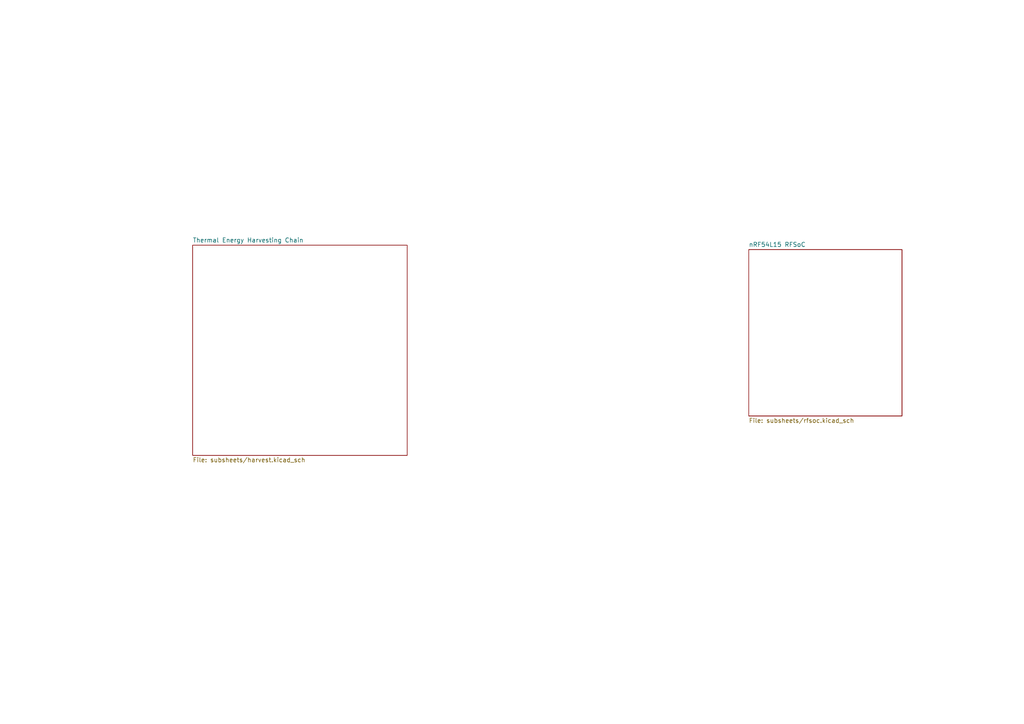
<source format=kicad_sch>
(kicad_sch
	(version 20231120)
	(generator "eeschema")
	(generator_version "8.0")
	(uuid "881910d0-5a86-41d0-856d-d1bf2648669f")
	(paper "A4")
	(lib_symbols)
	(sheet
		(at 55.88 71.12)
		(size 62.23 60.96)
		(fields_autoplaced yes)
		(stroke
			(width 0.1524)
			(type solid)
		)
		(fill
			(color 0 0 0 0.0000)
		)
		(uuid "752b2b17-d4ef-44d5-a644-06ce1b2ff905")
		(property "Sheetname" "Thermal Energy Harvesting Chain"
			(at 55.88 70.4084 0)
			(effects
				(font
					(size 1.27 1.27)
				)
				(justify left bottom)
			)
		)
		(property "Sheetfile" "subsheets/harvest.kicad_sch"
			(at 55.88 132.6646 0)
			(effects
				(font
					(size 1.27 1.27)
				)
				(justify left top)
			)
		)
		(instances
			(project "earworm_hardware"
				(path "/881910d0-5a86-41d0-856d-d1bf2648669f"
					(page "2")
				)
			)
		)
	)
	(sheet
		(at 217.17 72.39)
		(size 44.45 48.26)
		(fields_autoplaced yes)
		(stroke
			(width 0.1524)
			(type solid)
		)
		(fill
			(color 0 0 0 0.0000)
		)
		(uuid "775ed5aa-f2a7-4007-b181-21772bd09852")
		(property "Sheetname" "nRF54L15 RFSoC"
			(at 217.17 71.6784 0)
			(effects
				(font
					(size 1.27 1.27)
				)
				(justify left bottom)
			)
		)
		(property "Sheetfile" "subsheets/rfsoc.kicad_sch"
			(at 217.17 121.2346 0)
			(effects
				(font
					(size 1.27 1.27)
				)
				(justify left top)
			)
		)
		(instances
			(project "earworm_hardware"
				(path "/881910d0-5a86-41d0-856d-d1bf2648669f"
					(page "3")
				)
			)
		)
	)
	(sheet_instances
		(path "/"
			(page "1")
		)
	)
)

</source>
